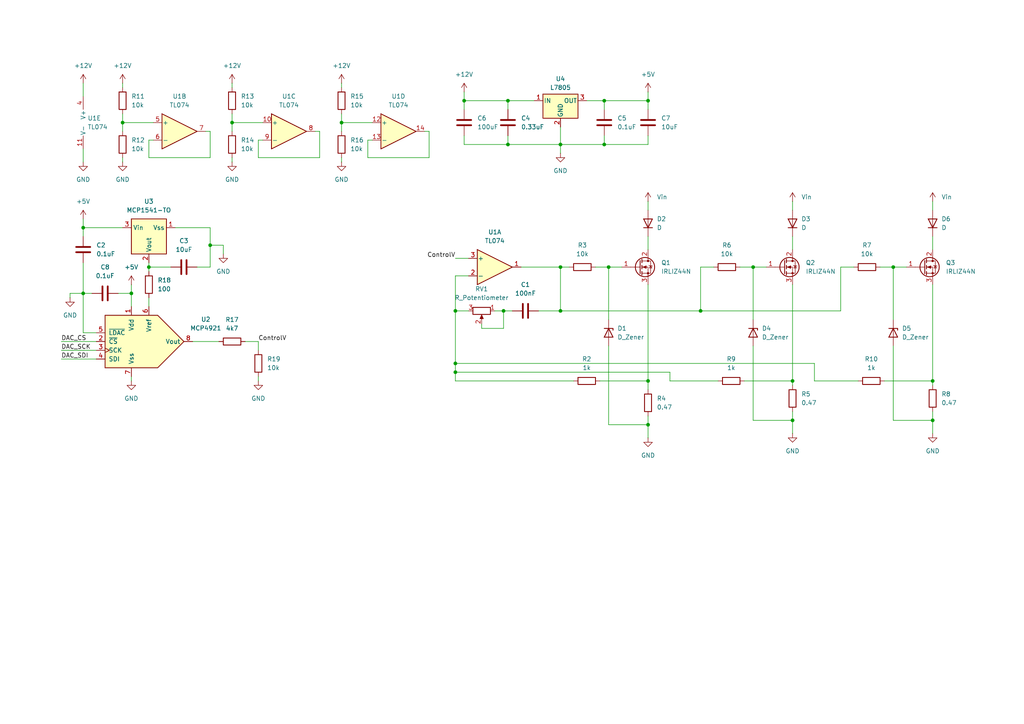
<source format=kicad_sch>
(kicad_sch (version 20250114) (generator "eeschema") (generator_version "9.0")
  (paper "A4")
  (lib_symbols
    (symbol "Amplifier_Operational:TL074" (pin_names (offset 0.127))
      (property "Reference" "U" (at 0 5.08 0))
      (property "Value" "TL074" (at 0 -5.08 0))
      (symbol "TL074_1_1"
        (polyline (pts (xy -5.08 5.08) (xy 5.08 0) (xy -5.08 -5.08) (xy -5.08 5.08)) (stroke (width 0.254)) (fill (type background)))
        (pin input line (at -7.62 2.54 0) (length 2.54) (name "+") (number "3"))
        (pin input line (at -7.62 -2.54 0) (length 2.54) (name "-") (number "2"))
        (pin output line (at 7.62 0 180) (length 2.54) (name "~") (number "1"))
      )
      (symbol "TL074_2_1"
        (polyline (pts (xy -5.08 5.08) (xy 5.08 0) (xy -5.08 -5.08) (xy -5.08 5.08)) (stroke (width 0.254)) (fill (type background)))
        (pin input line (at -7.62 2.54 0) (length 2.54) (name "+") (number "5"))
        (pin input line (at -7.62 -2.54 0) (length 2.54) (name "-") (number "6"))
        (pin output line (at 7.62 0 180) (length 2.54) (name "~") (number "7"))
      )
      (symbol "TL074_3_1"
        (polyline (pts (xy -5.08 5.08) (xy 5.08 0) (xy -5.08 -5.08) (xy -5.08 5.08)) (stroke (width 0.254)) (fill (type background)))
        (pin input line (at -7.62 2.54 0) (length 2.54) (name "+") (number "10"))
        (pin input line (at -7.62 -2.54 0) (length 2.54) (name "-") (number "9"))
        (pin output line (at 7.62 0 180) (length 2.54) (name "~") (number "8"))
      )
      (symbol "TL074_4_1"
        (polyline (pts (xy -5.08 5.08) (xy 5.08 0) (xy -5.08 -5.08) (xy -5.08 5.08)) (stroke (width 0.254)) (fill (type background)))
        (pin input line (at -7.62 2.54 0) (length 2.54) (name "+") (number "12"))
        (pin input line (at -7.62 -2.54 0) (length 2.54) (name "-") (number "13"))
        (pin output line (at 7.62 0 180) (length 2.54) (name "~") (number "14"))
      )
      (symbol "TL074_5_1"
        (pin power_in line (at -2.54 7.62 270) (length 3.81) (name "V+") (number "4"))
        (pin power_in line (at -2.54 -7.62 90) (length 3.81) (name "V-") (number "11"))
      )
    )
    (symbol "Analog_DAC:MCP4921" (pin_names (offset 1.016))
      (property "Reference" "U" (at 6.35 10.795 0))
      (property "Value" "MCP4921" (at 6.35 8.89 0))
      (symbol "MCP4921_0_0"
        (polyline (pts (xy 15.24 0) (xy 7.62 7.62) (xy -7.62 7.62) (xy -7.62 -7.62) (xy 7.62 -7.62) (xy 15.24 0)) (stroke (width 0.254)) (fill (type background)))
      )
      (symbol "MCP4921_1_1"
        (pin input line (at -10.16 2.54 0) (length 2.54) (name "~{LDAC}") (number "5"))
        (pin input line (at -10.16 0 0) (length 2.54) (name "~{CS}") (number "2"))
        (pin input clock (at -10.16 -2.54 0) (length 2.54) (name "SCK") (number "3"))
        (pin input line (at -10.16 -5.08 0) (length 2.54) (name "SDI") (number "4"))
        (pin power_in line (at 0 10.16 270) (length 2.54) (name "Vdd") (number "1"))
        (pin power_in line (at 0 -10.16 90) (length 2.54) (name "Vss") (number "7"))
        (pin power_in line (at 5.08 10.16 270) (length 2.54) (name "Vref") (number "6"))
        (pin output line (at 17.78 0 180) (length 2.54) (name "Vout") (number "8"))
      )
    )
    (symbol "Device:C" (pin_numbers (hide yes)) (pin_names (offset 0.254))
      (property "Reference" "C" (at 0.635 2.54 0))
      (property "Value" "C" (at 0.635 -2.54 0))
      (symbol "C_0_1"
        (polyline (pts (xy -2.032 0.762) (xy 2.032 0.762)) (stroke (width 0.508)))
        (polyline (pts (xy -2.032 -0.762) (xy 2.032 -0.762)) (stroke (width 0.508)))
      )
      (symbol "C_1_1"
        (pin passive line (at 0 3.81 270) (length 2.794) (name "~") (number "1"))
        (pin passive line (at 0 -3.81 90) (length 2.794) (name "~") (number "2"))
      )
    )
    (symbol "Device:D" (pin_numbers (hide yes)) (pin_names (offset 1.016) (hide yes))
      (property "Reference" "D" (at 0 2.54 0))
      (property "Value" "D" (at 0 -2.54 0))
      (symbol "D_0_1"
        (polyline (pts (xy -1.27 1.27) (xy -1.27 -1.27)) (stroke (width 0.254)))
        (polyline (pts (xy 1.27 1.27) (xy 1.27 -1.27) (xy -1.27 0) (xy 1.27 1.27)) (stroke (width 0.254)))
        (polyline (pts (xy 1.27 0) (xy -1.27 0)))
      )
      (symbol "D_1_1"
        (pin passive line (at -3.81 0 0) (length 2.54) (name "K") (number "1"))
        (pin passive line (at 3.81 0 180) (length 2.54) (name "A") (number "2"))
      )
    )
    (symbol "Device:D_Zener" (pin_numbers (hide yes)) (pin_names (offset 1.016) (hide yes))
      (property "Reference" "D" (at 0 2.54 0))
      (property "Value" "D_Zener" (at 0 -2.54 0))
      (symbol "D_Zener_0_1"
        (polyline (pts (xy -1.27 -1.27) (xy -1.27 1.27) (xy -0.762 1.27)) (stroke (width 0.254)))
        (polyline (pts (xy 1.27 0) (xy -1.27 0)))
        (polyline (pts (xy 1.27 -1.27) (xy 1.27 1.27) (xy -1.27 0) (xy 1.27 -1.27)) (stroke (width 0.254)))
      )
      (symbol "D_Zener_1_1"
        (pin passive line (at -3.81 0 0) (length 2.54) (name "K") (number "1"))
        (pin passive line (at 3.81 0 180) (length 2.54) (name "A") (number "2"))
      )
    )
    (symbol "Device:R" (pin_numbers (hide yes)) (pin_names (offset 0))
      (property "Reference" "R" (at 2.032 0 90))
      (property "Value" "R" (at 0 0 90))
      (symbol "R_0_1"
        (rectangle (start -1.016 -2.54) (end 1.016 2.54) (stroke (width 0.254)))
      )
      (symbol "R_1_1"
        (pin passive line (at 0 3.81 270) (length 1.27) (name "~") (number "1"))
        (pin passive line (at 0 -3.81 90) (length 1.27) (name "~") (number "2"))
      )
    )
    (symbol "Device:R_Potentiometer" (pin_names (offset 1.016) (hide yes))
      (property "Reference" "RV" (at -4.445 0 90))
      (property "Value" "R_Potentiometer" (at -2.54 0 90))
      (symbol "R_Potentiometer_0_1"
        (rectangle (start 1.016 2.54) (end -1.016 -2.54) (stroke (width 0.254)))
        (polyline (pts (xy 1.143 0) (xy 2.286 0.508) (xy 2.286 -0.508) (xy 1.143 0)) (fill (type outline)))
        (polyline (pts (xy 2.54 0) (xy 1.524 0)))
      )
      (symbol "R_Potentiometer_1_1"
        (pin passive line (at 0 3.81 270) (length 1.27) (name "1") (number "1"))
        (pin passive line (at 0 -3.81 90) (length 1.27) (name "3") (number "3"))
        (pin passive line (at 3.81 0 180) (length 1.27) (name "2") (number "2"))
      )
    )
    (symbol "Reference_Voltage:MCP1541-TO"
      (property "Reference" "U" (at 1.27 8.89 0))
      (property "Value" "MCP1541-TO" (at 1.27 6.35 0))
      (symbol "MCP1541-TO_0_1"
        (rectangle (start -2.54 5.08) (end 7.62 -5.08) (stroke (width 0.254)) (fill (type background)))
      )
      (symbol "MCP1541-TO_1_1"
        (pin power_in line (at 0 7.62 270) (length 2.54) (name "Vin") (number "3"))
        (pin power_in line (at 0 -7.62 90) (length 2.54) (name "Vss") (number "1"))
        (pin power_out line (at 10.16 0 180) (length 2.54) (name "Vout") (number "2"))
      )
    )
    (symbol "Regulator_Linear:L7805" (pin_names (offset 0.254))
      (property "Reference" "U" (at -3.81 3.175 0))
      (property "Value" "L7805" (at 0 3.175 0))
      (symbol "L7805_0_1"
        (rectangle (start -5.08 1.905) (end 5.08 -5.08) (stroke (width 0.254)) (fill (type background)))
      )
      (symbol "L7805_1_1"
        (pin power_in line (at -7.62 0 0) (length 2.54) (name "IN") (number "1"))
        (pin power_in line (at 0 -7.62 90) (length 2.54) (name "GND") (number "2"))
        (pin power_out line (at 7.62 0 180) (length 2.54) (name "OUT") (number "3"))
      )
    )
    (symbol "Transistor_FET:IRLIZ44N" (pin_names (hide yes))
      (property "Reference" "Q" (at 5.08 1.905 0))
      (property "Value" "IRLIZ44N" (at 5.08 0 0))
      (symbol "IRLIZ44N_0_1"
        (polyline (pts (xy 0.254 1.905) (xy 0.254 -1.905)) (stroke (width 0.254)))
        (polyline (pts (xy 0.254 0) (xy -2.54 0)))
        (polyline (pts (xy 0.762 2.286) (xy 0.762 1.27)) (stroke (width 0.254)))
        (polyline (pts (xy 0.762 0.508) (xy 0.762 -0.508)) (stroke (width 0.254)))
        (polyline (pts (xy 0.762 -1.27) (xy 0.762 -2.286)) (stroke (width 0.254)))
        (polyline (pts (xy 0.762 -1.778) (xy 3.302 -1.778) (xy 3.302 1.778) (xy 0.762 1.778)))
        (polyline (pts (xy 1.016 0) (xy 2.032 0.381) (xy 2.032 -0.381) (xy 1.016 0)) (fill (type outline)))
        (circle (center 1.651 0) (radius 2.794) (stroke (width 0.254)))
        (polyline (pts (xy 2.54 2.54) (xy 2.54 1.778)))
        (circle (center 2.54 1.778) (radius 0.254) (fill (type outline)))
        (circle (center 2.54 -1.778) (radius 0.254) (fill (type outline)))
        (polyline (pts (xy 2.54 -2.54) (xy 2.54 0) (xy 0.762 0)))
        (polyline (pts (xy 2.794 0.508) (xy 2.921 0.381) (xy 3.683 0.381) (xy 3.81 0.254)))
        (polyline (pts (xy 3.302 0.381) (xy 2.921 -0.254) (xy 3.683 -0.254) (xy 3.302 0.381)))
      )
      (symbol "IRLIZ44N_1_1"
        (pin input line (at -5.08 0 0) (length 2.54) (name "G") (number "1"))
        (pin passive line (at 2.54 5.08 270) (length 2.54) (name "D") (number "2"))
        (pin passive line (at 2.54 -5.08 90) (length 2.54) (name "S") (number "3"))
      )
    )
    (symbol "power:+5V" (power) (pin_numbers (hide yes)) (pin_names (offset 0) (hide yes))
      (property "Value" "+5V" (at 0 3.556 0))
      (symbol "+5V_0_1"
        (polyline (pts (xy -0.762 1.27) (xy 0 2.54)))
        (polyline (pts (xy 0 2.54) (xy 0.762 1.27)))
        (polyline (pts (xy 0 0) (xy 0 2.54)))
      )
      (symbol "+5V_1_1"
        (pin power_in line (at 0 0 90) (length 0) (name "~") (number "1"))
      )
    )
    (symbol "power:GND" (power) (pin_numbers (hide yes)) (pin_names (offset 0) (hide yes))
      (property "Value" "GND" (at 0 -3.81 0))
      (symbol "GND_0_1"
        (polyline (pts (xy 0 0) (xy 0 -1.27) (xy 1.27 -1.27) (xy 0 -2.54) (xy -1.27 -1.27) (xy 0 -1.27)))
      )
      (symbol "GND_1_1"
        (pin power_in line (at 0 0 270) (length 0) (name "~") (number "1"))
      )
    )
    (symbol "power:VCC" (power) (pin_numbers (hide yes)) (pin_names (offset 0) (hide yes))
      (property "Value" "VCC" (at 0 3.556 0))
      (symbol "VCC_0_1"
        (polyline (pts (xy -0.762 1.27) (xy 0 2.54)))
        (polyline (pts (xy 0 2.54) (xy 0.762 1.27)))
        (polyline (pts (xy 0 0) (xy 0 2.54)))
      )
      (symbol "VCC_1_1"
        (pin power_in line (at 0 0 90) (length 0) (name "~") (number "1"))
      )
    )
  )
  (junction (at 218.44 77.47))
  (junction (at 176.53 77.47))
  (junction (at 24.13 85.09))
  (junction (at 259.08 77.47))
  (junction (at 147.32 29.21))
  (junction (at 67.31 35.56))
  (junction (at 99.06 35.56))
  (junction (at 175.26 29.21))
  (junction (at 229.87 110.49))
  (junction (at 187.96 110.49))
  (junction (at 270.51 110.49))
  (junction (at 43.18 77.47))
  (junction (at 35.56 35.56))
  (junction (at 132.08 107.95))
  (junction (at 162.56 90.17))
  (junction (at 132.08 90.17))
  (junction (at 162.56 41.91))
  (junction (at 162.56 77.47))
  (junction (at 132.08 105.41))
  (junction (at 60.96 71.12))
  (junction (at 229.87 121.92))
  (junction (at 24.13 66.04))
  (junction (at 270.51 121.92))
  (junction (at 187.96 29.21))
  (junction (at 147.32 41.91))
  (junction (at 203.2 90.17))
  (junction (at 175.26 41.91))
  (junction (at 146.05 90.17))
  (junction (at 38.1 85.09))
  (junction (at 134.62 29.21))
  (junction (at 187.96 123.19))
  (wire (pts (xy 270.51 125.73) (xy 270.51 121.92)))
  (wire (pts (xy 17.78 99.06) (xy 27.94 99.06)))
  (wire (pts (xy 24.13 43.18) (xy 24.13 46.99)))
  (wire (pts (xy 60.96 38.1) (xy 59.69 38.1)))
  (wire (pts (xy 106.68 45.72) (xy 124.46 45.72)))
  (wire (pts (xy 236.22 105.41) (xy 132.08 105.41)))
  (wire (pts (xy 132.08 80.01) (xy 132.08 90.17)))
  (wire (pts (xy 229.87 68.58) (xy 229.87 72.39)))
  (wire (pts (xy 162.56 90.17) (xy 162.56 77.47)))
  (wire (pts (xy 270.51 68.58) (xy 270.51 72.39)))
  (wire (pts (xy 187.96 58.42) (xy 187.96 60.96)))
  (wire (pts (xy 173.99 110.49) (xy 187.96 110.49)))
  (wire (pts (xy 218.44 77.47) (xy 222.25 77.47)))
  (wire (pts (xy 43.18 77.47) (xy 43.18 78.74)))
  (wire (pts (xy 74.93 45.72) (xy 92.71 45.72)))
  (wire (pts (xy 35.56 35.56) (xy 35.56 38.1)))
  (wire (pts (xy 132.08 80.01) (xy 135.89 80.01)))
  (wire (pts (xy 99.06 46.99) (xy 99.06 45.72)))
  (wire (pts (xy 187.96 29.21) (xy 175.26 29.21)))
  (wire (pts (xy 175.26 41.91) (xy 162.56 41.91)))
  (wire (pts (xy 175.26 39.37) (xy 175.26 41.91)))
  (wire (pts (xy 67.31 46.99) (xy 67.31 45.72)))
  (wire (pts (xy 147.32 39.37) (xy 147.32 41.91)))
  (wire (pts (xy 74.93 40.64) (xy 74.93 45.72)))
  (wire (pts (xy 156.21 90.17) (xy 162.56 90.17)))
  (wire (pts (xy 60.96 77.47) (xy 60.96 71.12)))
  (wire (pts (xy 229.87 82.55) (xy 229.87 110.49)))
  (wire (pts (xy 92.71 45.72) (xy 92.71 38.1)))
  (wire (pts (xy 147.32 41.91) (xy 162.56 41.91)))
  (wire (pts (xy 43.18 45.72) (xy 60.96 45.72)))
  (wire (pts (xy 60.96 45.72) (xy 60.96 38.1)))
  (wire (pts (xy 162.56 77.47) (xy 165.1 77.47)))
  (wire (pts (xy 247.65 77.47) (xy 243.84 77.47)))
  (wire (pts (xy 187.96 123.19) (xy 176.53 123.19)))
  (wire (pts (xy 256.54 110.49) (xy 270.51 110.49)))
  (wire (pts (xy 43.18 77.47) (xy 43.18 76.2)))
  (wire (pts (xy 38.1 110.49) (xy 38.1 109.22)))
  (wire (pts (xy 187.96 68.58) (xy 187.96 72.39)))
  (wire (pts (xy 166.37 110.49) (xy 132.08 110.49)))
  (wire (pts (xy 132.08 74.93) (xy 135.89 74.93)))
  (wire (pts (xy 124.46 38.1) (xy 123.19 38.1)))
  (wire (pts (xy 187.96 39.37) (xy 187.96 41.91)))
  (wire (pts (xy 92.71 38.1) (xy 91.44 38.1)))
  (wire (pts (xy 214.63 77.47) (xy 218.44 77.47)))
  (wire (pts (xy 218.44 92.71) (xy 218.44 77.47)))
  (wire (pts (xy 147.32 31.75) (xy 147.32 29.21)))
  (wire (pts (xy 34.29 85.09) (xy 38.1 85.09)))
  (wire (pts (xy 187.96 82.55) (xy 187.96 110.49)))
  (wire (pts (xy 134.62 39.37) (xy 134.62 41.91)))
  (wire (pts (xy 270.51 110.49) (xy 270.51 111.76)))
  (wire (pts (xy 207.01 77.47) (xy 203.2 77.47)))
  (wire (pts (xy 35.56 35.56) (xy 35.56 33.02)))
  (wire (pts (xy 259.08 100.33) (xy 259.08 121.92)))
  (wire (pts (xy 17.78 101.6) (xy 27.94 101.6)))
  (wire (pts (xy 203.2 77.47) (xy 203.2 90.17)))
  (wire (pts (xy 60.96 71.12) (xy 64.77 71.12)))
  (wire (pts (xy 99.06 35.56) (xy 99.06 33.02)))
  (wire (pts (xy 176.53 92.71) (xy 176.53 77.47)))
  (wire (pts (xy 20.32 86.36) (xy 20.32 85.09)))
  (wire (pts (xy 176.53 77.47) (xy 180.34 77.47)))
  (wire (pts (xy 24.13 76.2) (xy 24.13 85.09)))
  (wire (pts (xy 208.28 110.49) (xy 194.31 110.49)))
  (wire (pts (xy 187.96 41.91) (xy 175.26 41.91)))
  (wire (pts (xy 270.51 82.55) (xy 270.51 110.49)))
  (wire (pts (xy 229.87 58.42) (xy 229.87 60.96)))
  (wire (pts (xy 187.96 26.67) (xy 187.96 29.21)))
  (wire (pts (xy 134.62 41.91) (xy 147.32 41.91)))
  (wire (pts (xy 76.2 40.64) (xy 74.93 40.64)))
  (wire (pts (xy 162.56 77.47) (xy 151.13 77.47)))
  (wire (pts (xy 74.93 99.06) (xy 74.93 101.6)))
  (wire (pts (xy 38.1 85.09) (xy 38.1 88.9)))
  (wire (pts (xy 99.06 35.56) (xy 99.06 38.1)))
  (wire (pts (xy 132.08 110.49) (xy 132.08 107.95)))
  (wire (pts (xy 139.7 93.98) (xy 139.7 95.25)))
  (wire (pts (xy 27.94 96.52) (xy 24.13 96.52)))
  (wire (pts (xy 147.32 29.21) (xy 154.94 29.21)))
  (wire (pts (xy 20.32 85.09) (xy 24.13 85.09)))
  (wire (pts (xy 146.05 95.25) (xy 146.05 90.17)))
  (wire (pts (xy 43.18 40.64) (xy 43.18 45.72)))
  (wire (pts (xy 44.45 35.56) (xy 35.56 35.56)))
  (wire (pts (xy 24.13 24.13) (xy 24.13 27.94)))
  (wire (pts (xy 175.26 29.21) (xy 170.18 29.21)))
  (wire (pts (xy 218.44 121.92) (xy 229.87 121.92)))
  (wire (pts (xy 229.87 110.49) (xy 229.87 111.76)))
  (wire (pts (xy 187.96 110.49) (xy 187.96 113.03)))
  (wire (pts (xy 255.27 77.47) (xy 259.08 77.47)))
  (wire (pts (xy 187.96 31.75) (xy 187.96 29.21)))
  (wire (pts (xy 229.87 121.92) (xy 229.87 119.38)))
  (wire (pts (xy 24.13 66.04) (xy 35.56 66.04)))
  (wire (pts (xy 64.77 71.12) (xy 64.77 73.66)))
  (wire (pts (xy 60.96 66.04) (xy 60.96 71.12)))
  (wire (pts (xy 218.44 100.33) (xy 218.44 121.92)))
  (wire (pts (xy 67.31 35.56) (xy 67.31 33.02)))
  (wire (pts (xy 236.22 110.49) (xy 236.22 105.41)))
  (wire (pts (xy 259.08 121.92) (xy 270.51 121.92)))
  (wire (pts (xy 194.31 110.49) (xy 194.31 107.95)))
  (wire (pts (xy 50.8 66.04) (xy 60.96 66.04)))
  (wire (pts (xy 187.96 127) (xy 187.96 123.19)))
  (wire (pts (xy 17.78 104.14) (xy 27.94 104.14)))
  (wire (pts (xy 99.06 24.13) (xy 99.06 25.4)))
  (wire (pts (xy 44.45 40.64) (xy 43.18 40.64)))
  (wire (pts (xy 76.2 35.56) (xy 67.31 35.56)))
  (wire (pts (xy 38.1 82.55) (xy 38.1 85.09)))
  (wire (pts (xy 24.13 63.5) (xy 24.13 66.04)))
  (wire (pts (xy 71.12 99.06) (xy 74.93 99.06)))
  (wire (pts (xy 67.31 35.56) (xy 67.31 38.1)))
  (wire (pts (xy 270.51 121.92) (xy 270.51 119.38)))
  (wire (pts (xy 243.84 77.47) (xy 243.84 90.17)))
  (wire (pts (xy 175.26 31.75) (xy 175.26 29.21)))
  (wire (pts (xy 162.56 41.91) (xy 162.56 44.45)))
  (wire (pts (xy 132.08 90.17) (xy 135.89 90.17)))
  (wire (pts (xy 134.62 31.75) (xy 134.62 29.21)))
  (wire (pts (xy 134.62 26.67) (xy 134.62 29.21)))
  (wire (pts (xy 132.08 90.17) (xy 132.08 105.41)))
  (wire (pts (xy 49.53 77.47) (xy 43.18 77.47)))
  (wire (pts (xy 162.56 41.91) (xy 162.56 36.83)))
  (wire (pts (xy 106.68 40.64) (xy 106.68 45.72)))
  (wire (pts (xy 35.56 46.99) (xy 35.56 45.72)))
  (wire (pts (xy 107.95 35.56) (xy 99.06 35.56)))
  (wire (pts (xy 203.2 90.17) (xy 162.56 90.17)))
  (wire (pts (xy 57.15 77.47) (xy 60.96 77.47)))
  (wire (pts (xy 270.51 58.42) (xy 270.51 60.96)))
  (wire (pts (xy 24.13 68.58) (xy 24.13 66.04)))
  (wire (pts (xy 43.18 86.36) (xy 43.18 88.9)))
  (wire (pts (xy 172.72 77.47) (xy 176.53 77.47)))
  (wire (pts (xy 248.92 110.49) (xy 236.22 110.49)))
  (wire (pts (xy 24.13 85.09) (xy 26.67 85.09)))
  (wire (pts (xy 215.9 110.49) (xy 229.87 110.49)))
  (wire (pts (xy 259.08 77.47) (xy 262.89 77.47)))
  (wire (pts (xy 146.05 90.17) (xy 143.51 90.17)))
  (wire (pts (xy 194.31 107.95) (xy 132.08 107.95)))
  (wire (pts (xy 67.31 24.13) (xy 67.31 25.4)))
  (wire (pts (xy 124.46 45.72) (xy 124.46 38.1)))
  (wire (pts (xy 35.56 24.13) (xy 35.56 25.4)))
  (wire (pts (xy 259.08 92.71) (xy 259.08 77.47)))
  (wire (pts (xy 187.96 120.65) (xy 187.96 123.19)))
  (wire (pts (xy 139.7 95.25) (xy 146.05 95.25)))
  (wire (pts (xy 74.93 109.22) (xy 74.93 110.49)))
  (wire (pts (xy 24.13 85.09) (xy 24.13 96.52)))
  (wire (pts (xy 146.05 90.17) (xy 148.59 90.17)))
  (wire (pts (xy 107.95 40.64) (xy 106.68 40.64)))
  (wire (pts (xy 134.62 29.21) (xy 147.32 29.21)))
  (wire (pts (xy 243.84 90.17) (xy 203.2 90.17)))
  (wire (pts (xy 55.88 99.06) (xy 63.5 99.06)))
  (wire (pts (xy 176.53 123.19) (xy 176.53 100.33)))
  (wire (pts (xy 132.08 105.41) (xy 132.08 107.95)))
  (wire (pts (xy 229.87 125.73) (xy 229.87 121.92)))
  (label "DAC_SCK" (at 17.78 101.6 0))
  (label "ControlV" (at 74.93 99.06 0))
  (label "DAC_CS" (at 17.78 99.06 0))
  (label "ControlV" (at 132.08 74.93 180))
  (label "DAC_SDI" (at 17.78 104.14 0))
  (symbol (lib_id "Device:R") (at 252.73 110.49 270) (unit 1)
    (property "Reference" "R10" (at 252.73 104.14 90))
    (property "Value" "1k" (at 252.73 106.68 90))
    (property "Description" "Resistor" (effects (hide yes)))
  )
  (symbol (lib_id "Device:R") (at 35.56 29.21 0) (unit 1)
    (property "Reference" "R11" (at 38.1 27.9399 0) (effects (justify left)))
    (property "Value" "10k" (at 38.1 30.4799 0) (effects (justify left)))
    (property "Description" "Resistor" (effects (hide yes)))
  )
  (symbol (lib_id "Amplifier_Operational:TL074") (at 83.82 38.1 0) (unit 3)
    (property "Reference" "U1" (at 83.82 27.94 0))
    (property "Value" "TL074" (at 83.82 30.48 0))
    (property "Datasheet" "http://www.ti.com/lit/ds/symlink/tl071.pdf" (effects (hide yes)))
    (property "Description" "Quad Low-Noise JFET-Input Operational Amplifiers, DIP-14/SOIC-14" (effects (hide yes)))
  )
  (symbol (lib_id "power:+5V") (at 134.62 26.67 0) (unit 1)
    (property "Reference" "#PWR019" (effects (hide yes)))
    (property "Value" "+12V" (at 134.62 21.59 0))
    (property "Description" "Power symbol creates a global label with name \"+5V\"" (effects (hide yes)))
  )
  (symbol (lib_id "Amplifier_Operational:TL074") (at 143.51 77.47 0) (unit 1)
    (property "Reference" "U1" (at 143.51 67.31 0))
    (property "Value" "TL074" (at 143.51 69.85 0))
    (property "Datasheet" "http://www.ti.com/lit/ds/symlink/tl071.pdf" (effects (hide yes)))
    (property "Description" "Quad Low-Noise JFET-Input Operational Amplifiers, DIP-14/SOIC-14" (effects (hide yes)))
  )
  (symbol (lib_id "Device:R") (at 229.87 115.57 180) (unit 1)
    (property "Reference" "R5" (at 232.41 114.2999 0) (effects (justify right)))
    (property "Value" "0.47" (at 232.41 116.8399 0) (effects (justify right)))
    (property "Description" "Resistor" (effects (hide yes)))
  )
  (symbol (lib_id "Device:C") (at 175.26 35.56 0) (unit 1)
    (property "Reference" "C5" (at 179.07 34.2899 0) (effects (justify left)))
    (property "Value" "0.1uF" (at 179.07 36.8299 0) (effects (justify left)))
    (property "Description" "Unpolarized capacitor" (effects (hide yes)))
  )
  (symbol (lib_id "power:+5V") (at 67.31 24.13 0) (unit 1)
    (property "Reference" "#PWR011" (effects (hide yes)))
    (property "Value" "+12V" (at 67.31 19.05 0))
    (property "Description" "Power symbol creates a global label with name \"+5V\"" (effects (hide yes)))
  )
  (symbol (lib_id "power:GND") (at 99.06 46.99 0) (unit 1)
    (property "Reference" "#PWR014" (effects (hide yes)))
    (property "Value" "GND" (at 99.06 52.07 0))
    (property "Description" "Power symbol creates a global label with name \"GND\" , ground" (effects (hide yes)))
  )
  (symbol (lib_id "power:GND") (at 270.51 125.73 0) (unit 1)
    (property "Reference" "#PWR04" (effects (hide yes)))
    (property "Value" "GND" (at 270.51 130.81 0))
    (property "Description" "Power symbol creates a global label with name \"GND\" , ground" (effects (hide yes)))
  )
  (symbol (lib_id "power:+5V") (at 38.1 82.55 0) (unit 1)
    (property "Reference" "#PWR018" (effects (hide yes)))
    (property "Value" "+5V" (at 38.1 77.47 0))
    (property "Description" "Power symbol creates a global label with name \"+5V\"" (effects (hide yes)))
  )
  (symbol (lib_id "Transistor_FET:IRLIZ44N") (at 227.33 77.47 0) (unit 1)
    (property "Reference" "Q2" (at 233.68 76.1999 0) (effects (justify left)))
    (property "Value" "IRLIZ44N" (at 233.68 78.7399 0) (effects (justify left)))
    (property "Footprint" "Package_TO_SOT_THT:TO-220F-3_Vertical" (effects (hide yes)))
    (property "Datasheet" "http://www.irf.com/product-info/datasheets/data/irliz44n.pdf" (effects (hide yes)))
    (property "Description" "30A Id, 55V Vds, 22mOhm Rds, N-Channel HEXFET Power MOSFET, TO-220AB" (effects (hide yes)))
  )
  (symbol (lib_id "power:VCC") (at 270.51 58.42 0) (unit 1)
    (property "Reference" "#PWR06" (effects (hide yes)))
    (property "Value" "Vin" (at 273.05 57.1499 0) (effects (justify left)))
    (property "Description" "Power symbol creates a global label with name \"VCC\"" (effects (hide yes)))
  )
  (symbol (lib_id "power:+5V") (at 187.96 26.67 0) (unit 1)
    (property "Reference" "#PWR021" (effects (hide yes)))
    (property "Value" "+5V" (at 187.96 21.59 0))
    (property "Description" "Power symbol creates a global label with name \"+5V\"" (effects (hide yes)))
  )
  (symbol (lib_id "Device:R") (at 35.56 41.91 0) (unit 1)
    (property "Reference" "R12" (at 38.1 40.6399 0) (effects (justify left)))
    (property "Value" "10k" (at 38.1 43.1799 0) (effects (justify left)))
    (property "Description" "Resistor" (effects (hide yes)))
  )
  (symbol (lib_id "Device:D") (at 187.96 64.77 90) (unit 1)
    (property "Reference" "D2" (at 190.5 63.4999 90) (effects (justify right)))
    (property "Value" "D" (at 190.5 66.0399 90) (effects (justify right)))
    (property "Description" "Diode" (effects (hide yes)))
    (property "Sim.Device" "D" (effects (hide yes)))
    (property "Sim.Pins" "1=K 2=A" (effects (hide yes)))
  )
  (symbol (lib_id "Device:R") (at 99.06 41.91 0) (unit 1)
    (property "Reference" "R16" (at 101.6 40.6399 0) (effects (justify left)))
    (property "Value" "10k" (at 101.6 43.1799 0) (effects (justify left)))
    (property "Description" "Resistor" (effects (hide yes)))
  )
  (symbol (lib_id "Device:R") (at 67.31 29.21 0) (unit 1)
    (property "Reference" "R13" (at 69.85 27.9399 0) (effects (justify left)))
    (property "Value" "10k" (at 69.85 30.4799 0) (effects (justify left)))
    (property "Description" "Resistor" (effects (hide yes)))
  )
  (symbol (lib_id "Device:R") (at 270.51 115.57 180) (unit 1)
    (property "Reference" "R8" (at 273.05 114.2999 0) (effects (justify right)))
    (property "Value" "0.47" (at 273.05 116.8399 0) (effects (justify right)))
    (property "Description" "Resistor" (effects (hide yes)))
  )
  (symbol (lib_id "power:GND") (at 20.32 86.36 0) (unit 1)
    (property "Reference" "#PWR015" (effects (hide yes)))
    (property "Value" "GND" (at 20.32 91.44 0))
    (property "Description" "Power symbol creates a global label with name \"GND\" , ground" (effects (hide yes)))
  )
  (symbol (lib_id "Device:R") (at 67.31 99.06 270) (unit 1)
    (property "Reference" "R17" (at 67.31 92.71 90))
    (property "Value" "4k7" (at 67.31 95.25 90))
    (property "Description" "Resistor" (effects (hide yes)))
  )
  (symbol (lib_id "Transistor_FET:IRLIZ44N") (at 267.97 77.47 0) (unit 1)
    (property "Reference" "Q3" (at 274.32 76.1999 0) (effects (justify left)))
    (property "Value" "IRLIZ44N" (at 274.32 78.7399 0) (effects (justify left)))
    (property "Footprint" "Package_TO_SOT_THT:TO-220F-3_Vertical" (effects (hide yes)))
    (property "Datasheet" "http://www.irf.com/product-info/datasheets/data/irliz44n.pdf" (effects (hide yes)))
    (property "Description" "30A Id, 55V Vds, 22mOhm Rds, N-Channel HEXFET Power MOSFET, TO-220AB" (effects (hide yes)))
  )
  (symbol (lib_id "Device:R") (at 210.82 77.47 270) (unit 1)
    (property "Reference" "R6" (at 210.82 71.12 90))
    (property "Value" "10k" (at 210.82 73.66 90))
    (property "Description" "Resistor" (effects (hide yes)))
  )
  (symbol (lib_id "power:GND") (at 64.77 73.66 0) (unit 1)
    (property "Reference" "#PWR017" (effects (hide yes)))
    (property "Value" "GND" (at 64.77 78.74 0))
    (property "Description" "Power symbol creates a global label with name \"GND\" , ground" (effects (hide yes)))
  )
  (symbol (lib_id "Device:C") (at 187.96 35.56 0) (unit 1)
    (property "Reference" "C7" (at 191.77 34.2899 0) (effects (justify left)))
    (property "Value" "10uF" (at 191.77 36.8299 0) (effects (justify left)))
    (property "Description" "Unpolarized capacitor" (effects (hide yes)))
  )
  (symbol (lib_id "Device:D_Zener") (at 259.08 96.52 270) (unit 1)
    (property "Reference" "D5" (at 261.62 95.2499 90) (effects (justify left)))
    (property "Value" "D_Zener" (at 261.62 97.7899 90) (effects (justify left)))
    (property "Description" "Zener diode" (effects (hide yes)))
  )
  (symbol (lib_id "Reference_Voltage:MCP1541-TO") (at 43.18 66.04 90) (mirror x) (unit 1)
    (property "Reference" "U3" (at 43.18 58.42 90))
    (property "Value" "MCP1541-TO" (at 43.18 60.96 90))
    (property "Footprint" "Package_TO_SOT_THT:TO-92_Inline" (effects (hide yes)))
    (property "Datasheet" "http://ww1.microchip.com/downloads/en/devicedoc/21653b.pdf" (effects (hide yes)))
    (property "Description" "4.096V Voltage Reference, TO-92" (effects (hide yes)))
  )
  (symbol (lib_id "Device:R") (at 168.91 77.47 270) (unit 1)
    (property "Reference" "R3" (at 168.91 71.12 90))
    (property "Value" "10k" (at 168.91 73.66 90))
    (property "Description" "Resistor" (effects (hide yes)))
  )
  (symbol (lib_id "Device:D") (at 270.51 64.77 90) (unit 1)
    (property "Reference" "D6" (at 273.05 63.4999 90) (effects (justify right)))
    (property "Value" "D" (at 273.05 66.0399 90) (effects (justify right)))
    (property "Description" "Diode" (effects (hide yes)))
    (property "Sim.Device" "D" (effects (hide yes)))
    (property "Sim.Pins" "1=K 2=A" (effects (hide yes)))
  )
  (symbol (lib_id "Device:C") (at 24.13 72.39 180) (unit 1)
    (property "Reference" "C2" (at 27.94 71.1199 0) (effects (justify right)))
    (property "Value" "0.1uF" (at 27.94 73.6599 0) (effects (justify right)))
    (property "Description" "Unpolarized capacitor" (effects (hide yes)))
  )
  (symbol (lib_id "power:GND") (at 67.31 46.99 0) (unit 1)
    (property "Reference" "#PWR012" (effects (hide yes)))
    (property "Value" "GND" (at 67.31 52.07 0))
    (property "Description" "Power symbol creates a global label with name \"GND\" , ground" (effects (hide yes)))
  )
  (symbol (lib_id "Device:R_Potentiometer") (at 139.7 90.17 270) (unit 1)
    (property "Reference" "RV1" (at 139.7 83.82 90))
    (property "Value" "R_Potentiometer" (at 139.7 86.36 90))
    (property "Description" "Potentiometer" (effects (hide yes)))
  )
  (symbol (lib_id "Device:R") (at 170.18 110.49 270) (unit 1)
    (property "Reference" "R2" (at 170.18 104.14 90))
    (property "Value" "1k" (at 170.18 106.68 90))
    (property "Description" "Resistor" (effects (hide yes)))
  )
  (symbol (lib_id "Device:R") (at 187.96 116.84 180) (unit 1)
    (property "Reference" "R4" (at 190.5 115.5699 0) (effects (justify right)))
    (property "Value" "0.47" (at 190.5 118.1099 0) (effects (justify right)))
    (property "Description" "Resistor" (effects (hide yes)))
  )
  (symbol (lib_id "Device:R") (at 99.06 29.21 0) (unit 1)
    (property "Reference" "R15" (at 101.6 27.9399 0) (effects (justify left)))
    (property "Value" "10k" (at 101.6 30.4799 0) (effects (justify left)))
    (property "Description" "Resistor" (effects (hide yes)))
  )
  (symbol (lib_id "power:GND") (at 187.96 127 0) (unit 1)
    (property "Reference" "#PWR01" (effects (hide yes)))
    (property "Value" "GND" (at 187.96 132.08 0))
    (property "Description" "Power symbol creates a global label with name \"GND\" , ground" (effects (hide yes)))
  )
  (symbol (lib_id "power:VCC") (at 229.87 58.42 0) (unit 1)
    (property "Reference" "#PWR05" (effects (hide yes)))
    (property "Value" "Vin" (at 232.41 57.1499 0) (effects (justify left)))
    (property "Description" "Power symbol creates a global label with name \"VCC\"" (effects (hide yes)))
  )
  (symbol (lib_id "power:GND") (at 74.93 110.49 0) (unit 1)
    (property "Reference" "#PWR022" (effects (hide yes)))
    (property "Value" "GND" (at 74.93 115.57 0))
    (property "Description" "Power symbol creates a global label with name \"GND\" , ground" (effects (hide yes)))
  )
  (symbol (lib_id "power:VCC") (at 187.96 58.42 0) (unit 1)
    (property "Reference" "#PWR02" (effects (hide yes)))
    (property "Value" "Vin" (at 190.5 57.1499 0) (effects (justify left)))
    (property "Description" "Power symbol creates a global label with name \"VCC\"" (effects (hide yes)))
  )
  (symbol (lib_id "Device:D_Zener") (at 218.44 96.52 270) (unit 1)
    (property "Reference" "D4" (at 220.98 95.2499 90) (effects (justify left)))
    (property "Value" "D_Zener" (at 220.98 97.7899 90) (effects (justify left)))
    (property "Description" "Zener diode" (effects (hide yes)))
  )
  (symbol (lib_id "power:+5V") (at 24.13 24.13 0) (unit 1)
    (property "Reference" "#PWR08" (effects (hide yes)))
    (property "Value" "+12V" (at 24.13 19.05 0))
    (property "Description" "Power symbol creates a global label with name \"+5V\"" (effects (hide yes)))
  )
  (symbol (lib_id "Amplifier_Operational:TL074") (at 52.07 38.1 0) (unit 2)
    (property "Reference" "U1" (at 52.07 27.94 0))
    (property "Value" "TL074" (at 52.07 30.48 0))
    (property "Datasheet" "http://www.ti.com/lit/ds/symlink/tl071.pdf" (effects (hide yes)))
    (property "Description" "Quad Low-Noise JFET-Input Operational Amplifiers, DIP-14/SOIC-14" (effects (hide yes)))
  )
  (symbol (lib_id "power:GND") (at 24.13 46.99 0) (unit 1)
    (property "Reference" "#PWR07" (effects (hide yes)))
    (property "Value" "GND" (at 24.13 52.07 0))
    (property "Description" "Power symbol creates a global label with name \"GND\" , ground" (effects (hide yes)))
  )
  (symbol (lib_id "Device:C") (at 152.4 90.17 90) (unit 1)
    (property "Reference" "C1" (at 152.4 82.55 90))
    (property "Value" "100nF" (at 152.4 85.09 90))
    (property "Description" "Unpolarized capacitor" (effects (hide yes)))
  )
  (symbol (lib_id "power:GND") (at 162.56 44.45 0) (unit 1)
    (property "Reference" "#PWR020" (effects (hide yes)))
    (property "Value" "GND" (at 162.56 49.53 0))
    (property "Description" "Power symbol creates a global label with name \"GND\" , ground" (effects (hide yes)))
  )
  (symbol (lib_id "Device:C") (at 30.48 85.09 270) (unit 1)
    (property "Reference" "C8" (at 30.48 77.47 90))
    (property "Value" "0.1uF" (at 30.48 80.01 90))
    (property "Description" "Unpolarized capacitor" (effects (hide yes)))
  )
  (symbol (lib_id "Amplifier_Operational:TL074") (at 115.57 38.1 0) (unit 4)
    (property "Reference" "U1" (at 115.57 27.94 0))
    (property "Value" "TL074" (at 115.57 30.48 0))
    (property "Datasheet" "http://www.ti.com/lit/ds/symlink/tl071.pdf" (effects (hide yes)))
    (property "Description" "Quad Low-Noise JFET-Input Operational Amplifiers, DIP-14/SOIC-14" (effects (hide yes)))
  )
  (symbol (lib_id "power:+5V") (at 99.06 24.13 0) (unit 1)
    (property "Reference" "#PWR013" (effects (hide yes)))
    (property "Value" "+12V" (at 99.06 19.05 0))
    (property "Description" "Power symbol creates a global label with name \"+5V\"" (effects (hide yes)))
  )
  (symbol (lib_id "Amplifier_Operational:TL074") (at 26.67 35.56 0) (unit 5)
    (property "Reference" "U1" (at 25.4 34.2899 0) (effects (justify left)))
    (property "Value" "TL074" (at 25.4 36.8299 0) (effects (justify left)))
    (property "Datasheet" "http://www.ti.com/lit/ds/symlink/tl071.pdf" (effects (hide yes)))
    (property "Description" "Quad Low-Noise JFET-Input Operational Amplifiers, DIP-14/SOIC-14" (effects (hide yes)))
  )
  (symbol (lib_id "power:+5V") (at 24.13 63.5 0) (unit 1)
    (property "Reference" "#PWR016" (effects (hide yes)))
    (property "Value" "+5V" (at 24.13 58.42 0))
    (property "Description" "Power symbol creates a global label with name \"+5V\"" (effects (hide yes)))
  )
  (symbol (lib_id "Device:C") (at 53.34 77.47 90) (unit 1)
    (property "Reference" "C3" (at 53.34 69.85 90))
    (property "Value" "10uF" (at 53.34 72.39 90))
    (property "Description" "Unpolarized capacitor" (effects (hide yes)))
  )
  (symbol (lib_id "power:GND") (at 229.87 125.73 0) (unit 1)
    (property "Reference" "#PWR03" (effects (hide yes)))
    (property "Value" "GND" (at 229.87 130.81 0))
    (property "Description" "Power symbol creates a global label with name \"GND\" , ground" (effects (hide yes)))
  )
  (symbol (lib_id "Device:R") (at 74.93 105.41 180) (unit 1)
    (property "Reference" "R19" (at 77.47 104.1399 0) (effects (justify right)))
    (property "Value" "10k" (at 77.47 106.6799 0) (effects (justify right)))
    (property "Description" "Resistor" (effects (hide yes)))
  )
  (symbol (lib_id "Device:C") (at 134.62 35.56 0) (unit 1)
    (property "Reference" "C6" (at 138.43 34.2899 0) (effects (justify left)))
    (property "Value" "100uF" (at 138.43 36.8299 0) (effects (justify left)))
    (property "Description" "Unpolarized capacitor" (effects (hide yes)))
  )
  (symbol (lib_id "Device:R") (at 43.18 82.55 180) (unit 1)
    (property "Reference" "R18" (at 45.72 81.2799 0) (effects (justify right)))
    (property "Value" "100" (at 45.72 83.8199 0) (effects (justify right)))
    (property "Description" "Resistor" (effects (hide yes)))
  )
  (symbol (lib_id "Device:R") (at 212.09 110.49 270) (unit 1)
    (property "Reference" "R9" (at 212.09 104.14 90))
    (property "Value" "1k" (at 212.09 106.68 90))
    (property "Description" "Resistor" (effects (hide yes)))
  )
  (symbol (lib_id "Device:D") (at 229.87 64.77 90) (unit 1)
    (property "Reference" "D3" (at 232.41 63.4999 90) (effects (justify right)))
    (property "Value" "D" (at 232.41 66.0399 90) (effects (justify right)))
    (property "Description" "Diode" (effects (hide yes)))
    (property "Sim.Device" "D" (effects (hide yes)))
    (property "Sim.Pins" "1=K 2=A" (effects (hide yes)))
  )
  (symbol (lib_id "power:GND") (at 35.56 46.99 0) (unit 1)
    (property "Reference" "#PWR09" (effects (hide yes)))
    (property "Value" "GND" (at 35.56 52.07 0))
    (property "Description" "Power symbol creates a global label with name \"GND\" , ground" (effects (hide yes)))
  )
  (symbol (lib_id "power:GND") (at 38.1 110.49 0) (unit 1)
    (property "Reference" "#PWR023" (effects (hide yes)))
    (property "Value" "GND" (at 38.1 115.57 0))
    (property "Description" "Power symbol creates a global label with name \"GND\" , ground" (effects (hide yes)))
  )
  (symbol (lib_id "Device:C") (at 147.32 35.56 0) (unit 1)
    (property "Reference" "C4" (at 151.13 34.2899 0) (effects (justify left)))
    (property "Value" "0.33uF" (at 151.13 36.8299 0) (effects (justify left)))
    (property "Description" "Unpolarized capacitor" (effects (hide yes)))
  )
  (symbol (lib_id "Regulator_Linear:L7805") (at 162.56 29.21 0) (unit 1)
    (property "Reference" "U4" (at 162.56 22.86 0))
    (property "Value" "L7805" (at 162.56 25.4 0))
    (property "Datasheet" "http://www.st.com/content/ccc/resource/technical/document/datasheet/41/4f/b3/b0/12/d4/47/88/CD00000444.pdf/files/CD00000444.pdf/jcr:content/translations/en.CD00000444.pdf" (effects (hide yes)))
    (property "Description" "Positive 1.5A 35V Linear Regulator, Fixed Output 5V, TO-220/TO-263/TO-252" (effects (hide yes)))
  )
  (symbol (lib_id "Device:R") (at 67.31 41.91 0) (unit 1)
    (property "Reference" "R14" (at 69.85 40.6399 0) (effects (justify left)))
    (property "Value" "10k" (at 69.85 43.1799 0) (effects (justify left)))
    (property "Description" "Resistor" (effects (hide yes)))
  )
  (symbol (lib_id "power:+5V") (at 35.56 24.13 0) (unit 1)
    (property "Reference" "#PWR010" (effects (hide yes)))
    (property "Value" "+12V" (at 35.56 19.05 0))
    (property "Description" "Power symbol creates a global label with name \"+5V\"" (effects (hide yes)))
  )
  (symbol (lib_id "Analog_DAC:MCP4921") (at 38.1 99.06 0) (unit 1)
    (property "Reference" "U2" (at 59.69 92.6398 0))
    (property "Value" "MCP4921" (at 59.69 95.1798 0))
    (property "Datasheet" "http://ww1.microchip.com/downloads/en/DeviceDoc/22248a.pdf" (effects (hide yes)))
    (property "Description" "12-Bit D/A Converters with SPI Interface" (effects (hide yes)))
  )
  (symbol (lib_id "Transistor_FET:IRLIZ44N") (at 185.42 77.47 0) (unit 1)
    (property "Reference" "Q1" (at 191.77 76.1999 0) (effects (justify left)))
    (property "Value" "IRLIZ44N" (at 191.77 78.7399 0) (effects (justify left)))
    (property "Footprint" "Package_TO_SOT_THT:TO-220F-3_Vertical" (effects (hide yes)))
    (property "Datasheet" "http://www.irf.com/product-info/datasheets/data/irliz44n.pdf" (effects (hide yes)))
    (property "Description" "30A Id, 55V Vds, 22mOhm Rds, N-Channel HEXFET Power MOSFET, TO-220AB" (effects (hide yes)))
  )
  (symbol (lib_id "Device:R") (at 251.46 77.47 270) (unit 1)
    (property "Reference" "R7" (at 251.46 71.12 90))
    (property "Value" "10k" (at 251.46 73.66 90))
    (property "Description" "Resistor" (effects (hide yes)))
  )
  (symbol (lib_id "Device:D_Zener") (at 176.53 96.52 270) (unit 1)
    (property "Reference" "D1" (at 179.07 95.2499 90) (effects (justify left)))
    (property "Value" "D_Zener" (at 179.07 97.7899 90) (effects (justify left)))
    (property "Description" "Zener diode" (effects (hide yes)))
  )
)
</source>
